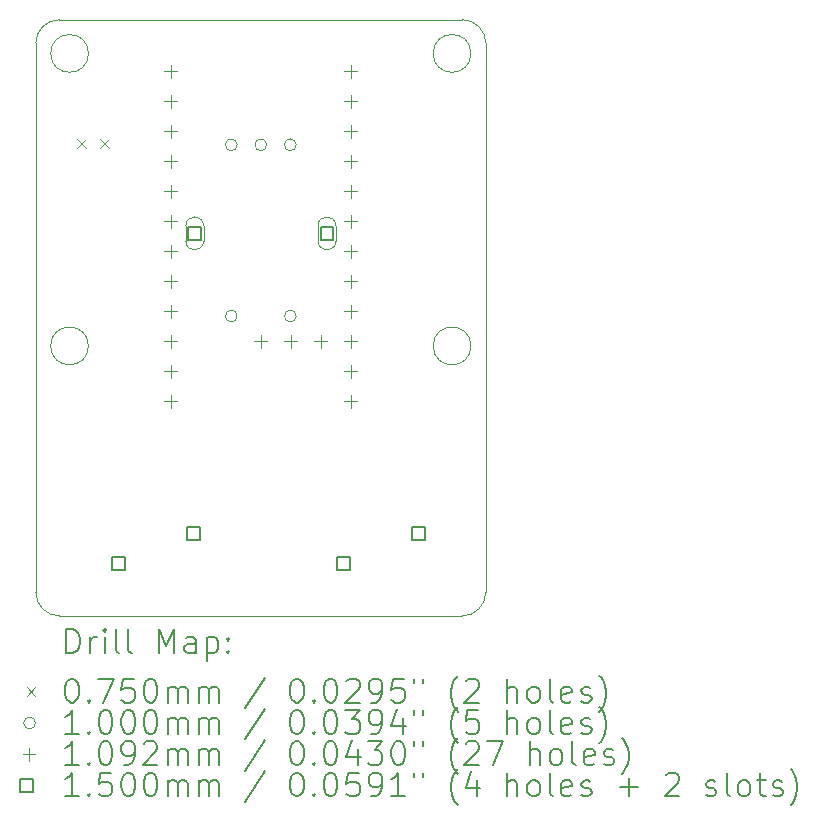
<source format=gbr>
%TF.GenerationSoftware,KiCad,Pcbnew,8.0.7*%
%TF.CreationDate,2024-12-28T18:40:59+08:00*%
%TF.ProjectId,macroknob,6d616372-6f6b-46e6-9f62-2e6b69636164,rev?*%
%TF.SameCoordinates,Original*%
%TF.FileFunction,Drillmap*%
%TF.FilePolarity,Positive*%
%FSLAX45Y45*%
G04 Gerber Fmt 4.5, Leading zero omitted, Abs format (unit mm)*
G04 Created by KiCad (PCBNEW 8.0.7) date 2024-12-28 18:40:59*
%MOMM*%
%LPD*%
G01*
G04 APERTURE LIST*
%ADD10C,0.050000*%
%ADD11C,0.200000*%
%ADD12C,0.100000*%
%ADD13C,0.109220*%
%ADD14C,0.150000*%
G04 APERTURE END LIST*
D10*
X10034250Y-2413000D02*
G75*
G02*
X9714250Y-2413000I-160000J0D01*
G01*
X9714250Y-2413000D02*
G75*
G02*
X10034250Y-2413000I160000J0D01*
G01*
X10034250Y-4889500D02*
G75*
G02*
X9714250Y-4889500I-160000J0D01*
G01*
X9714250Y-4889500D02*
G75*
G02*
X10034250Y-4889500I160000J0D01*
G01*
X13272750Y-4889500D02*
G75*
G02*
X12952750Y-4889500I-160000J0D01*
G01*
X12952750Y-4889500D02*
G75*
G02*
X13272750Y-4889500I160000J0D01*
G01*
X13272750Y-2413000D02*
G75*
G02*
X12952750Y-2413000I-160000J0D01*
G01*
X12952750Y-2413000D02*
G75*
G02*
X13272750Y-2413000I160000J0D01*
G01*
X13398500Y-6975500D02*
G75*
G02*
X13198500Y-7175500I-200000J0D01*
G01*
X9788500Y-7175500D02*
G75*
G02*
X9588500Y-6975500I0J200000D01*
G01*
X13198500Y-2127250D02*
G75*
G02*
X13398500Y-2327250I0J-200000D01*
G01*
X9588500Y-2327250D02*
G75*
G02*
X9788500Y-2127250I200000J0D01*
G01*
X13398500Y-2327250D02*
X13398500Y-6975500D01*
X13198500Y-7175500D02*
X9788500Y-7175500D01*
X9588500Y-6975500D02*
X9588500Y-2327250D01*
X9788500Y-2127250D02*
X13198500Y-2127250D01*
D11*
D12*
X9936009Y-3137500D02*
X10011009Y-3212500D01*
X10011009Y-3137500D02*
X9936009Y-3212500D01*
X10136009Y-3137500D02*
X10211009Y-3212500D01*
X10211009Y-3137500D02*
X10136009Y-3212500D01*
X11293500Y-3187000D02*
G75*
G02*
X11193500Y-3187000I-50000J0D01*
G01*
X11193500Y-3187000D02*
G75*
G02*
X11293500Y-3187000I50000J0D01*
G01*
X11293500Y-4637000D02*
G75*
G02*
X11193500Y-4637000I-50000J0D01*
G01*
X11193500Y-4637000D02*
G75*
G02*
X11293500Y-4637000I50000J0D01*
G01*
X11543500Y-3187000D02*
G75*
G02*
X11443500Y-3187000I-50000J0D01*
G01*
X11443500Y-3187000D02*
G75*
G02*
X11543500Y-3187000I50000J0D01*
G01*
X11793500Y-3187000D02*
G75*
G02*
X11693500Y-3187000I-50000J0D01*
G01*
X11693500Y-3187000D02*
G75*
G02*
X11793500Y-3187000I50000J0D01*
G01*
X11793500Y-4637000D02*
G75*
G02*
X11693500Y-4637000I-50000J0D01*
G01*
X11693500Y-4637000D02*
G75*
G02*
X11793500Y-4637000I50000J0D01*
G01*
D13*
X10731500Y-2508890D02*
X10731500Y-2618110D01*
X10676890Y-2563500D02*
X10786110Y-2563500D01*
X10731500Y-2762890D02*
X10731500Y-2872110D01*
X10676890Y-2817500D02*
X10786110Y-2817500D01*
X10731500Y-3016890D02*
X10731500Y-3126110D01*
X10676890Y-3071500D02*
X10786110Y-3071500D01*
X10731500Y-3270890D02*
X10731500Y-3380110D01*
X10676890Y-3325500D02*
X10786110Y-3325500D01*
X10731500Y-3524890D02*
X10731500Y-3634110D01*
X10676890Y-3579500D02*
X10786110Y-3579500D01*
X10731500Y-3778890D02*
X10731500Y-3888110D01*
X10676890Y-3833500D02*
X10786110Y-3833500D01*
X10731500Y-4032890D02*
X10731500Y-4142110D01*
X10676890Y-4087500D02*
X10786110Y-4087500D01*
X10731500Y-4286890D02*
X10731500Y-4396110D01*
X10676890Y-4341500D02*
X10786110Y-4341500D01*
X10731500Y-4540890D02*
X10731500Y-4650110D01*
X10676890Y-4595500D02*
X10786110Y-4595500D01*
X10731500Y-4794890D02*
X10731500Y-4904110D01*
X10676890Y-4849500D02*
X10786110Y-4849500D01*
X10731500Y-5048890D02*
X10731500Y-5158110D01*
X10676890Y-5103500D02*
X10786110Y-5103500D01*
X10731500Y-5302890D02*
X10731500Y-5412110D01*
X10676890Y-5357500D02*
X10786110Y-5357500D01*
X11493500Y-4794890D02*
X11493500Y-4904110D01*
X11438890Y-4849500D02*
X11548110Y-4849500D01*
X11747500Y-4794890D02*
X11747500Y-4904110D01*
X11692890Y-4849500D02*
X11802110Y-4849500D01*
X12001500Y-4794890D02*
X12001500Y-4904110D01*
X11946890Y-4849500D02*
X12056110Y-4849500D01*
X12255500Y-2508890D02*
X12255500Y-2618110D01*
X12200890Y-2563500D02*
X12310110Y-2563500D01*
X12255500Y-2762890D02*
X12255500Y-2872110D01*
X12200890Y-2817500D02*
X12310110Y-2817500D01*
X12255500Y-3016890D02*
X12255500Y-3126110D01*
X12200890Y-3071500D02*
X12310110Y-3071500D01*
X12255500Y-3270890D02*
X12255500Y-3380110D01*
X12200890Y-3325500D02*
X12310110Y-3325500D01*
X12255500Y-3524890D02*
X12255500Y-3634110D01*
X12200890Y-3579500D02*
X12310110Y-3579500D01*
X12255500Y-3778890D02*
X12255500Y-3888110D01*
X12200890Y-3833500D02*
X12310110Y-3833500D01*
X12255500Y-4032890D02*
X12255500Y-4142110D01*
X12200890Y-4087500D02*
X12310110Y-4087500D01*
X12255500Y-4286890D02*
X12255500Y-4396110D01*
X12200890Y-4341500D02*
X12310110Y-4341500D01*
X12255500Y-4540890D02*
X12255500Y-4650110D01*
X12200890Y-4595500D02*
X12310110Y-4595500D01*
X12255500Y-4794890D02*
X12255500Y-4904110D01*
X12200890Y-4849500D02*
X12310110Y-4849500D01*
X12255500Y-5048890D02*
X12255500Y-5158110D01*
X12200890Y-5103500D02*
X12310110Y-5103500D01*
X12255500Y-5302890D02*
X12255500Y-5412110D01*
X12200890Y-5357500D02*
X12310110Y-5357500D01*
D14*
X10340034Y-6784033D02*
X10340034Y-6677966D01*
X10233967Y-6677966D01*
X10233967Y-6784033D01*
X10340034Y-6784033D01*
X10975034Y-6530033D02*
X10975034Y-6423966D01*
X10868967Y-6423966D01*
X10868967Y-6530033D01*
X10975034Y-6530033D01*
X10986534Y-3990033D02*
X10986534Y-3883966D01*
X10880467Y-3883966D01*
X10880467Y-3990033D01*
X10986534Y-3990033D01*
D12*
X10858500Y-3872000D02*
X10858500Y-4002000D01*
X11008500Y-4002000D02*
G75*
G02*
X10858500Y-4002000I-75000J0D01*
G01*
X11008500Y-4002000D02*
X11008500Y-3872000D01*
X11008500Y-3872000D02*
G75*
G03*
X10858500Y-3872000I-75000J0D01*
G01*
D14*
X12106533Y-3990033D02*
X12106533Y-3883966D01*
X12000466Y-3883966D01*
X12000466Y-3990033D01*
X12106533Y-3990033D01*
D12*
X11978500Y-3872000D02*
X11978500Y-4002000D01*
X12128500Y-4002000D02*
G75*
G02*
X11978500Y-4002000I-75000J0D01*
G01*
X12128500Y-4002000D02*
X12128500Y-3872000D01*
X12128500Y-3872000D02*
G75*
G03*
X11978500Y-3872000I-75000J0D01*
G01*
D14*
X12245033Y-6784033D02*
X12245033Y-6677966D01*
X12138966Y-6677966D01*
X12138966Y-6784033D01*
X12245033Y-6784033D01*
X12880033Y-6530033D02*
X12880033Y-6423966D01*
X12773966Y-6423966D01*
X12773966Y-6530033D01*
X12880033Y-6530033D01*
D11*
X9846777Y-7489484D02*
X9846777Y-7289484D01*
X9846777Y-7289484D02*
X9894396Y-7289484D01*
X9894396Y-7289484D02*
X9922967Y-7299008D01*
X9922967Y-7299008D02*
X9942015Y-7318055D01*
X9942015Y-7318055D02*
X9951539Y-7337103D01*
X9951539Y-7337103D02*
X9961063Y-7375198D01*
X9961063Y-7375198D02*
X9961063Y-7403769D01*
X9961063Y-7403769D02*
X9951539Y-7441865D01*
X9951539Y-7441865D02*
X9942015Y-7460912D01*
X9942015Y-7460912D02*
X9922967Y-7479960D01*
X9922967Y-7479960D02*
X9894396Y-7489484D01*
X9894396Y-7489484D02*
X9846777Y-7489484D01*
X10046777Y-7489484D02*
X10046777Y-7356150D01*
X10046777Y-7394246D02*
X10056301Y-7375198D01*
X10056301Y-7375198D02*
X10065824Y-7365674D01*
X10065824Y-7365674D02*
X10084872Y-7356150D01*
X10084872Y-7356150D02*
X10103920Y-7356150D01*
X10170586Y-7489484D02*
X10170586Y-7356150D01*
X10170586Y-7289484D02*
X10161063Y-7299008D01*
X10161063Y-7299008D02*
X10170586Y-7308531D01*
X10170586Y-7308531D02*
X10180110Y-7299008D01*
X10180110Y-7299008D02*
X10170586Y-7289484D01*
X10170586Y-7289484D02*
X10170586Y-7308531D01*
X10294396Y-7489484D02*
X10275348Y-7479960D01*
X10275348Y-7479960D02*
X10265824Y-7460912D01*
X10265824Y-7460912D02*
X10265824Y-7289484D01*
X10399158Y-7489484D02*
X10380110Y-7479960D01*
X10380110Y-7479960D02*
X10370586Y-7460912D01*
X10370586Y-7460912D02*
X10370586Y-7289484D01*
X10627729Y-7489484D02*
X10627729Y-7289484D01*
X10627729Y-7289484D02*
X10694396Y-7432341D01*
X10694396Y-7432341D02*
X10761063Y-7289484D01*
X10761063Y-7289484D02*
X10761063Y-7489484D01*
X10942015Y-7489484D02*
X10942015Y-7384722D01*
X10942015Y-7384722D02*
X10932491Y-7365674D01*
X10932491Y-7365674D02*
X10913444Y-7356150D01*
X10913444Y-7356150D02*
X10875348Y-7356150D01*
X10875348Y-7356150D02*
X10856301Y-7365674D01*
X10942015Y-7479960D02*
X10922967Y-7489484D01*
X10922967Y-7489484D02*
X10875348Y-7489484D01*
X10875348Y-7489484D02*
X10856301Y-7479960D01*
X10856301Y-7479960D02*
X10846777Y-7460912D01*
X10846777Y-7460912D02*
X10846777Y-7441865D01*
X10846777Y-7441865D02*
X10856301Y-7422817D01*
X10856301Y-7422817D02*
X10875348Y-7413293D01*
X10875348Y-7413293D02*
X10922967Y-7413293D01*
X10922967Y-7413293D02*
X10942015Y-7403769D01*
X11037253Y-7356150D02*
X11037253Y-7556150D01*
X11037253Y-7365674D02*
X11056301Y-7356150D01*
X11056301Y-7356150D02*
X11094396Y-7356150D01*
X11094396Y-7356150D02*
X11113444Y-7365674D01*
X11113444Y-7365674D02*
X11122967Y-7375198D01*
X11122967Y-7375198D02*
X11132491Y-7394246D01*
X11132491Y-7394246D02*
X11132491Y-7451388D01*
X11132491Y-7451388D02*
X11122967Y-7470436D01*
X11122967Y-7470436D02*
X11113444Y-7479960D01*
X11113444Y-7479960D02*
X11094396Y-7489484D01*
X11094396Y-7489484D02*
X11056301Y-7489484D01*
X11056301Y-7489484D02*
X11037253Y-7479960D01*
X11218205Y-7470436D02*
X11227729Y-7479960D01*
X11227729Y-7479960D02*
X11218205Y-7489484D01*
X11218205Y-7489484D02*
X11208682Y-7479960D01*
X11208682Y-7479960D02*
X11218205Y-7470436D01*
X11218205Y-7470436D02*
X11218205Y-7489484D01*
X11218205Y-7365674D02*
X11227729Y-7375198D01*
X11227729Y-7375198D02*
X11218205Y-7384722D01*
X11218205Y-7384722D02*
X11208682Y-7375198D01*
X11208682Y-7375198D02*
X11218205Y-7365674D01*
X11218205Y-7365674D02*
X11218205Y-7384722D01*
D12*
X9511000Y-7780500D02*
X9586000Y-7855500D01*
X9586000Y-7780500D02*
X9511000Y-7855500D01*
D11*
X9884872Y-7709484D02*
X9903920Y-7709484D01*
X9903920Y-7709484D02*
X9922967Y-7719008D01*
X9922967Y-7719008D02*
X9932491Y-7728531D01*
X9932491Y-7728531D02*
X9942015Y-7747579D01*
X9942015Y-7747579D02*
X9951539Y-7785674D01*
X9951539Y-7785674D02*
X9951539Y-7833293D01*
X9951539Y-7833293D02*
X9942015Y-7871388D01*
X9942015Y-7871388D02*
X9932491Y-7890436D01*
X9932491Y-7890436D02*
X9922967Y-7899960D01*
X9922967Y-7899960D02*
X9903920Y-7909484D01*
X9903920Y-7909484D02*
X9884872Y-7909484D01*
X9884872Y-7909484D02*
X9865824Y-7899960D01*
X9865824Y-7899960D02*
X9856301Y-7890436D01*
X9856301Y-7890436D02*
X9846777Y-7871388D01*
X9846777Y-7871388D02*
X9837253Y-7833293D01*
X9837253Y-7833293D02*
X9837253Y-7785674D01*
X9837253Y-7785674D02*
X9846777Y-7747579D01*
X9846777Y-7747579D02*
X9856301Y-7728531D01*
X9856301Y-7728531D02*
X9865824Y-7719008D01*
X9865824Y-7719008D02*
X9884872Y-7709484D01*
X10037253Y-7890436D02*
X10046777Y-7899960D01*
X10046777Y-7899960D02*
X10037253Y-7909484D01*
X10037253Y-7909484D02*
X10027729Y-7899960D01*
X10027729Y-7899960D02*
X10037253Y-7890436D01*
X10037253Y-7890436D02*
X10037253Y-7909484D01*
X10113444Y-7709484D02*
X10246777Y-7709484D01*
X10246777Y-7709484D02*
X10161063Y-7909484D01*
X10418205Y-7709484D02*
X10322967Y-7709484D01*
X10322967Y-7709484D02*
X10313444Y-7804722D01*
X10313444Y-7804722D02*
X10322967Y-7795198D01*
X10322967Y-7795198D02*
X10342015Y-7785674D01*
X10342015Y-7785674D02*
X10389634Y-7785674D01*
X10389634Y-7785674D02*
X10408682Y-7795198D01*
X10408682Y-7795198D02*
X10418205Y-7804722D01*
X10418205Y-7804722D02*
X10427729Y-7823769D01*
X10427729Y-7823769D02*
X10427729Y-7871388D01*
X10427729Y-7871388D02*
X10418205Y-7890436D01*
X10418205Y-7890436D02*
X10408682Y-7899960D01*
X10408682Y-7899960D02*
X10389634Y-7909484D01*
X10389634Y-7909484D02*
X10342015Y-7909484D01*
X10342015Y-7909484D02*
X10322967Y-7899960D01*
X10322967Y-7899960D02*
X10313444Y-7890436D01*
X10551539Y-7709484D02*
X10570586Y-7709484D01*
X10570586Y-7709484D02*
X10589634Y-7719008D01*
X10589634Y-7719008D02*
X10599158Y-7728531D01*
X10599158Y-7728531D02*
X10608682Y-7747579D01*
X10608682Y-7747579D02*
X10618205Y-7785674D01*
X10618205Y-7785674D02*
X10618205Y-7833293D01*
X10618205Y-7833293D02*
X10608682Y-7871388D01*
X10608682Y-7871388D02*
X10599158Y-7890436D01*
X10599158Y-7890436D02*
X10589634Y-7899960D01*
X10589634Y-7899960D02*
X10570586Y-7909484D01*
X10570586Y-7909484D02*
X10551539Y-7909484D01*
X10551539Y-7909484D02*
X10532491Y-7899960D01*
X10532491Y-7899960D02*
X10522967Y-7890436D01*
X10522967Y-7890436D02*
X10513444Y-7871388D01*
X10513444Y-7871388D02*
X10503920Y-7833293D01*
X10503920Y-7833293D02*
X10503920Y-7785674D01*
X10503920Y-7785674D02*
X10513444Y-7747579D01*
X10513444Y-7747579D02*
X10522967Y-7728531D01*
X10522967Y-7728531D02*
X10532491Y-7719008D01*
X10532491Y-7719008D02*
X10551539Y-7709484D01*
X10703920Y-7909484D02*
X10703920Y-7776150D01*
X10703920Y-7795198D02*
X10713444Y-7785674D01*
X10713444Y-7785674D02*
X10732491Y-7776150D01*
X10732491Y-7776150D02*
X10761063Y-7776150D01*
X10761063Y-7776150D02*
X10780110Y-7785674D01*
X10780110Y-7785674D02*
X10789634Y-7804722D01*
X10789634Y-7804722D02*
X10789634Y-7909484D01*
X10789634Y-7804722D02*
X10799158Y-7785674D01*
X10799158Y-7785674D02*
X10818205Y-7776150D01*
X10818205Y-7776150D02*
X10846777Y-7776150D01*
X10846777Y-7776150D02*
X10865825Y-7785674D01*
X10865825Y-7785674D02*
X10875348Y-7804722D01*
X10875348Y-7804722D02*
X10875348Y-7909484D01*
X10970586Y-7909484D02*
X10970586Y-7776150D01*
X10970586Y-7795198D02*
X10980110Y-7785674D01*
X10980110Y-7785674D02*
X10999158Y-7776150D01*
X10999158Y-7776150D02*
X11027729Y-7776150D01*
X11027729Y-7776150D02*
X11046777Y-7785674D01*
X11046777Y-7785674D02*
X11056301Y-7804722D01*
X11056301Y-7804722D02*
X11056301Y-7909484D01*
X11056301Y-7804722D02*
X11065825Y-7785674D01*
X11065825Y-7785674D02*
X11084872Y-7776150D01*
X11084872Y-7776150D02*
X11113444Y-7776150D01*
X11113444Y-7776150D02*
X11132491Y-7785674D01*
X11132491Y-7785674D02*
X11142015Y-7804722D01*
X11142015Y-7804722D02*
X11142015Y-7909484D01*
X11532491Y-7699960D02*
X11361063Y-7957103D01*
X11789634Y-7709484D02*
X11808682Y-7709484D01*
X11808682Y-7709484D02*
X11827729Y-7719008D01*
X11827729Y-7719008D02*
X11837253Y-7728531D01*
X11837253Y-7728531D02*
X11846777Y-7747579D01*
X11846777Y-7747579D02*
X11856301Y-7785674D01*
X11856301Y-7785674D02*
X11856301Y-7833293D01*
X11856301Y-7833293D02*
X11846777Y-7871388D01*
X11846777Y-7871388D02*
X11837253Y-7890436D01*
X11837253Y-7890436D02*
X11827729Y-7899960D01*
X11827729Y-7899960D02*
X11808682Y-7909484D01*
X11808682Y-7909484D02*
X11789634Y-7909484D01*
X11789634Y-7909484D02*
X11770586Y-7899960D01*
X11770586Y-7899960D02*
X11761063Y-7890436D01*
X11761063Y-7890436D02*
X11751539Y-7871388D01*
X11751539Y-7871388D02*
X11742015Y-7833293D01*
X11742015Y-7833293D02*
X11742015Y-7785674D01*
X11742015Y-7785674D02*
X11751539Y-7747579D01*
X11751539Y-7747579D02*
X11761063Y-7728531D01*
X11761063Y-7728531D02*
X11770586Y-7719008D01*
X11770586Y-7719008D02*
X11789634Y-7709484D01*
X11942015Y-7890436D02*
X11951539Y-7899960D01*
X11951539Y-7899960D02*
X11942015Y-7909484D01*
X11942015Y-7909484D02*
X11932491Y-7899960D01*
X11932491Y-7899960D02*
X11942015Y-7890436D01*
X11942015Y-7890436D02*
X11942015Y-7909484D01*
X12075348Y-7709484D02*
X12094396Y-7709484D01*
X12094396Y-7709484D02*
X12113444Y-7719008D01*
X12113444Y-7719008D02*
X12122967Y-7728531D01*
X12122967Y-7728531D02*
X12132491Y-7747579D01*
X12132491Y-7747579D02*
X12142015Y-7785674D01*
X12142015Y-7785674D02*
X12142015Y-7833293D01*
X12142015Y-7833293D02*
X12132491Y-7871388D01*
X12132491Y-7871388D02*
X12122967Y-7890436D01*
X12122967Y-7890436D02*
X12113444Y-7899960D01*
X12113444Y-7899960D02*
X12094396Y-7909484D01*
X12094396Y-7909484D02*
X12075348Y-7909484D01*
X12075348Y-7909484D02*
X12056301Y-7899960D01*
X12056301Y-7899960D02*
X12046777Y-7890436D01*
X12046777Y-7890436D02*
X12037253Y-7871388D01*
X12037253Y-7871388D02*
X12027729Y-7833293D01*
X12027729Y-7833293D02*
X12027729Y-7785674D01*
X12027729Y-7785674D02*
X12037253Y-7747579D01*
X12037253Y-7747579D02*
X12046777Y-7728531D01*
X12046777Y-7728531D02*
X12056301Y-7719008D01*
X12056301Y-7719008D02*
X12075348Y-7709484D01*
X12218206Y-7728531D02*
X12227729Y-7719008D01*
X12227729Y-7719008D02*
X12246777Y-7709484D01*
X12246777Y-7709484D02*
X12294396Y-7709484D01*
X12294396Y-7709484D02*
X12313444Y-7719008D01*
X12313444Y-7719008D02*
X12322967Y-7728531D01*
X12322967Y-7728531D02*
X12332491Y-7747579D01*
X12332491Y-7747579D02*
X12332491Y-7766627D01*
X12332491Y-7766627D02*
X12322967Y-7795198D01*
X12322967Y-7795198D02*
X12208682Y-7909484D01*
X12208682Y-7909484D02*
X12332491Y-7909484D01*
X12427729Y-7909484D02*
X12465825Y-7909484D01*
X12465825Y-7909484D02*
X12484872Y-7899960D01*
X12484872Y-7899960D02*
X12494396Y-7890436D01*
X12494396Y-7890436D02*
X12513444Y-7861865D01*
X12513444Y-7861865D02*
X12522967Y-7823769D01*
X12522967Y-7823769D02*
X12522967Y-7747579D01*
X12522967Y-7747579D02*
X12513444Y-7728531D01*
X12513444Y-7728531D02*
X12503920Y-7719008D01*
X12503920Y-7719008D02*
X12484872Y-7709484D01*
X12484872Y-7709484D02*
X12446777Y-7709484D01*
X12446777Y-7709484D02*
X12427729Y-7719008D01*
X12427729Y-7719008D02*
X12418206Y-7728531D01*
X12418206Y-7728531D02*
X12408682Y-7747579D01*
X12408682Y-7747579D02*
X12408682Y-7795198D01*
X12408682Y-7795198D02*
X12418206Y-7814246D01*
X12418206Y-7814246D02*
X12427729Y-7823769D01*
X12427729Y-7823769D02*
X12446777Y-7833293D01*
X12446777Y-7833293D02*
X12484872Y-7833293D01*
X12484872Y-7833293D02*
X12503920Y-7823769D01*
X12503920Y-7823769D02*
X12513444Y-7814246D01*
X12513444Y-7814246D02*
X12522967Y-7795198D01*
X12703920Y-7709484D02*
X12608682Y-7709484D01*
X12608682Y-7709484D02*
X12599158Y-7804722D01*
X12599158Y-7804722D02*
X12608682Y-7795198D01*
X12608682Y-7795198D02*
X12627729Y-7785674D01*
X12627729Y-7785674D02*
X12675348Y-7785674D01*
X12675348Y-7785674D02*
X12694396Y-7795198D01*
X12694396Y-7795198D02*
X12703920Y-7804722D01*
X12703920Y-7804722D02*
X12713444Y-7823769D01*
X12713444Y-7823769D02*
X12713444Y-7871388D01*
X12713444Y-7871388D02*
X12703920Y-7890436D01*
X12703920Y-7890436D02*
X12694396Y-7899960D01*
X12694396Y-7899960D02*
X12675348Y-7909484D01*
X12675348Y-7909484D02*
X12627729Y-7909484D01*
X12627729Y-7909484D02*
X12608682Y-7899960D01*
X12608682Y-7899960D02*
X12599158Y-7890436D01*
X12789634Y-7709484D02*
X12789634Y-7747579D01*
X12865825Y-7709484D02*
X12865825Y-7747579D01*
X13161063Y-7985674D02*
X13151539Y-7976150D01*
X13151539Y-7976150D02*
X13132491Y-7947579D01*
X13132491Y-7947579D02*
X13122968Y-7928531D01*
X13122968Y-7928531D02*
X13113444Y-7899960D01*
X13113444Y-7899960D02*
X13103920Y-7852341D01*
X13103920Y-7852341D02*
X13103920Y-7814246D01*
X13103920Y-7814246D02*
X13113444Y-7766627D01*
X13113444Y-7766627D02*
X13122968Y-7738055D01*
X13122968Y-7738055D02*
X13132491Y-7719008D01*
X13132491Y-7719008D02*
X13151539Y-7690436D01*
X13151539Y-7690436D02*
X13161063Y-7680912D01*
X13227729Y-7728531D02*
X13237253Y-7719008D01*
X13237253Y-7719008D02*
X13256301Y-7709484D01*
X13256301Y-7709484D02*
X13303920Y-7709484D01*
X13303920Y-7709484D02*
X13322968Y-7719008D01*
X13322968Y-7719008D02*
X13332491Y-7728531D01*
X13332491Y-7728531D02*
X13342015Y-7747579D01*
X13342015Y-7747579D02*
X13342015Y-7766627D01*
X13342015Y-7766627D02*
X13332491Y-7795198D01*
X13332491Y-7795198D02*
X13218206Y-7909484D01*
X13218206Y-7909484D02*
X13342015Y-7909484D01*
X13580110Y-7909484D02*
X13580110Y-7709484D01*
X13665825Y-7909484D02*
X13665825Y-7804722D01*
X13665825Y-7804722D02*
X13656301Y-7785674D01*
X13656301Y-7785674D02*
X13637253Y-7776150D01*
X13637253Y-7776150D02*
X13608682Y-7776150D01*
X13608682Y-7776150D02*
X13589634Y-7785674D01*
X13589634Y-7785674D02*
X13580110Y-7795198D01*
X13789634Y-7909484D02*
X13770587Y-7899960D01*
X13770587Y-7899960D02*
X13761063Y-7890436D01*
X13761063Y-7890436D02*
X13751539Y-7871388D01*
X13751539Y-7871388D02*
X13751539Y-7814246D01*
X13751539Y-7814246D02*
X13761063Y-7795198D01*
X13761063Y-7795198D02*
X13770587Y-7785674D01*
X13770587Y-7785674D02*
X13789634Y-7776150D01*
X13789634Y-7776150D02*
X13818206Y-7776150D01*
X13818206Y-7776150D02*
X13837253Y-7785674D01*
X13837253Y-7785674D02*
X13846777Y-7795198D01*
X13846777Y-7795198D02*
X13856301Y-7814246D01*
X13856301Y-7814246D02*
X13856301Y-7871388D01*
X13856301Y-7871388D02*
X13846777Y-7890436D01*
X13846777Y-7890436D02*
X13837253Y-7899960D01*
X13837253Y-7899960D02*
X13818206Y-7909484D01*
X13818206Y-7909484D02*
X13789634Y-7909484D01*
X13970587Y-7909484D02*
X13951539Y-7899960D01*
X13951539Y-7899960D02*
X13942015Y-7880912D01*
X13942015Y-7880912D02*
X13942015Y-7709484D01*
X14122968Y-7899960D02*
X14103920Y-7909484D01*
X14103920Y-7909484D02*
X14065825Y-7909484D01*
X14065825Y-7909484D02*
X14046777Y-7899960D01*
X14046777Y-7899960D02*
X14037253Y-7880912D01*
X14037253Y-7880912D02*
X14037253Y-7804722D01*
X14037253Y-7804722D02*
X14046777Y-7785674D01*
X14046777Y-7785674D02*
X14065825Y-7776150D01*
X14065825Y-7776150D02*
X14103920Y-7776150D01*
X14103920Y-7776150D02*
X14122968Y-7785674D01*
X14122968Y-7785674D02*
X14132491Y-7804722D01*
X14132491Y-7804722D02*
X14132491Y-7823769D01*
X14132491Y-7823769D02*
X14037253Y-7842817D01*
X14208682Y-7899960D02*
X14227730Y-7909484D01*
X14227730Y-7909484D02*
X14265825Y-7909484D01*
X14265825Y-7909484D02*
X14284872Y-7899960D01*
X14284872Y-7899960D02*
X14294396Y-7880912D01*
X14294396Y-7880912D02*
X14294396Y-7871388D01*
X14294396Y-7871388D02*
X14284872Y-7852341D01*
X14284872Y-7852341D02*
X14265825Y-7842817D01*
X14265825Y-7842817D02*
X14237253Y-7842817D01*
X14237253Y-7842817D02*
X14218206Y-7833293D01*
X14218206Y-7833293D02*
X14208682Y-7814246D01*
X14208682Y-7814246D02*
X14208682Y-7804722D01*
X14208682Y-7804722D02*
X14218206Y-7785674D01*
X14218206Y-7785674D02*
X14237253Y-7776150D01*
X14237253Y-7776150D02*
X14265825Y-7776150D01*
X14265825Y-7776150D02*
X14284872Y-7785674D01*
X14361063Y-7985674D02*
X14370587Y-7976150D01*
X14370587Y-7976150D02*
X14389634Y-7947579D01*
X14389634Y-7947579D02*
X14399158Y-7928531D01*
X14399158Y-7928531D02*
X14408682Y-7899960D01*
X14408682Y-7899960D02*
X14418206Y-7852341D01*
X14418206Y-7852341D02*
X14418206Y-7814246D01*
X14418206Y-7814246D02*
X14408682Y-7766627D01*
X14408682Y-7766627D02*
X14399158Y-7738055D01*
X14399158Y-7738055D02*
X14389634Y-7719008D01*
X14389634Y-7719008D02*
X14370587Y-7690436D01*
X14370587Y-7690436D02*
X14361063Y-7680912D01*
D12*
X9586000Y-8082000D02*
G75*
G02*
X9486000Y-8082000I-50000J0D01*
G01*
X9486000Y-8082000D02*
G75*
G02*
X9586000Y-8082000I50000J0D01*
G01*
D11*
X9951539Y-8173484D02*
X9837253Y-8173484D01*
X9894396Y-8173484D02*
X9894396Y-7973484D01*
X9894396Y-7973484D02*
X9875348Y-8002055D01*
X9875348Y-8002055D02*
X9856301Y-8021103D01*
X9856301Y-8021103D02*
X9837253Y-8030627D01*
X10037253Y-8154436D02*
X10046777Y-8163960D01*
X10046777Y-8163960D02*
X10037253Y-8173484D01*
X10037253Y-8173484D02*
X10027729Y-8163960D01*
X10027729Y-8163960D02*
X10037253Y-8154436D01*
X10037253Y-8154436D02*
X10037253Y-8173484D01*
X10170586Y-7973484D02*
X10189634Y-7973484D01*
X10189634Y-7973484D02*
X10208682Y-7983008D01*
X10208682Y-7983008D02*
X10218205Y-7992531D01*
X10218205Y-7992531D02*
X10227729Y-8011579D01*
X10227729Y-8011579D02*
X10237253Y-8049674D01*
X10237253Y-8049674D02*
X10237253Y-8097293D01*
X10237253Y-8097293D02*
X10227729Y-8135388D01*
X10227729Y-8135388D02*
X10218205Y-8154436D01*
X10218205Y-8154436D02*
X10208682Y-8163960D01*
X10208682Y-8163960D02*
X10189634Y-8173484D01*
X10189634Y-8173484D02*
X10170586Y-8173484D01*
X10170586Y-8173484D02*
X10151539Y-8163960D01*
X10151539Y-8163960D02*
X10142015Y-8154436D01*
X10142015Y-8154436D02*
X10132491Y-8135388D01*
X10132491Y-8135388D02*
X10122967Y-8097293D01*
X10122967Y-8097293D02*
X10122967Y-8049674D01*
X10122967Y-8049674D02*
X10132491Y-8011579D01*
X10132491Y-8011579D02*
X10142015Y-7992531D01*
X10142015Y-7992531D02*
X10151539Y-7983008D01*
X10151539Y-7983008D02*
X10170586Y-7973484D01*
X10361063Y-7973484D02*
X10380110Y-7973484D01*
X10380110Y-7973484D02*
X10399158Y-7983008D01*
X10399158Y-7983008D02*
X10408682Y-7992531D01*
X10408682Y-7992531D02*
X10418205Y-8011579D01*
X10418205Y-8011579D02*
X10427729Y-8049674D01*
X10427729Y-8049674D02*
X10427729Y-8097293D01*
X10427729Y-8097293D02*
X10418205Y-8135388D01*
X10418205Y-8135388D02*
X10408682Y-8154436D01*
X10408682Y-8154436D02*
X10399158Y-8163960D01*
X10399158Y-8163960D02*
X10380110Y-8173484D01*
X10380110Y-8173484D02*
X10361063Y-8173484D01*
X10361063Y-8173484D02*
X10342015Y-8163960D01*
X10342015Y-8163960D02*
X10332491Y-8154436D01*
X10332491Y-8154436D02*
X10322967Y-8135388D01*
X10322967Y-8135388D02*
X10313444Y-8097293D01*
X10313444Y-8097293D02*
X10313444Y-8049674D01*
X10313444Y-8049674D02*
X10322967Y-8011579D01*
X10322967Y-8011579D02*
X10332491Y-7992531D01*
X10332491Y-7992531D02*
X10342015Y-7983008D01*
X10342015Y-7983008D02*
X10361063Y-7973484D01*
X10551539Y-7973484D02*
X10570586Y-7973484D01*
X10570586Y-7973484D02*
X10589634Y-7983008D01*
X10589634Y-7983008D02*
X10599158Y-7992531D01*
X10599158Y-7992531D02*
X10608682Y-8011579D01*
X10608682Y-8011579D02*
X10618205Y-8049674D01*
X10618205Y-8049674D02*
X10618205Y-8097293D01*
X10618205Y-8097293D02*
X10608682Y-8135388D01*
X10608682Y-8135388D02*
X10599158Y-8154436D01*
X10599158Y-8154436D02*
X10589634Y-8163960D01*
X10589634Y-8163960D02*
X10570586Y-8173484D01*
X10570586Y-8173484D02*
X10551539Y-8173484D01*
X10551539Y-8173484D02*
X10532491Y-8163960D01*
X10532491Y-8163960D02*
X10522967Y-8154436D01*
X10522967Y-8154436D02*
X10513444Y-8135388D01*
X10513444Y-8135388D02*
X10503920Y-8097293D01*
X10503920Y-8097293D02*
X10503920Y-8049674D01*
X10503920Y-8049674D02*
X10513444Y-8011579D01*
X10513444Y-8011579D02*
X10522967Y-7992531D01*
X10522967Y-7992531D02*
X10532491Y-7983008D01*
X10532491Y-7983008D02*
X10551539Y-7973484D01*
X10703920Y-8173484D02*
X10703920Y-8040150D01*
X10703920Y-8059198D02*
X10713444Y-8049674D01*
X10713444Y-8049674D02*
X10732491Y-8040150D01*
X10732491Y-8040150D02*
X10761063Y-8040150D01*
X10761063Y-8040150D02*
X10780110Y-8049674D01*
X10780110Y-8049674D02*
X10789634Y-8068722D01*
X10789634Y-8068722D02*
X10789634Y-8173484D01*
X10789634Y-8068722D02*
X10799158Y-8049674D01*
X10799158Y-8049674D02*
X10818205Y-8040150D01*
X10818205Y-8040150D02*
X10846777Y-8040150D01*
X10846777Y-8040150D02*
X10865825Y-8049674D01*
X10865825Y-8049674D02*
X10875348Y-8068722D01*
X10875348Y-8068722D02*
X10875348Y-8173484D01*
X10970586Y-8173484D02*
X10970586Y-8040150D01*
X10970586Y-8059198D02*
X10980110Y-8049674D01*
X10980110Y-8049674D02*
X10999158Y-8040150D01*
X10999158Y-8040150D02*
X11027729Y-8040150D01*
X11027729Y-8040150D02*
X11046777Y-8049674D01*
X11046777Y-8049674D02*
X11056301Y-8068722D01*
X11056301Y-8068722D02*
X11056301Y-8173484D01*
X11056301Y-8068722D02*
X11065825Y-8049674D01*
X11065825Y-8049674D02*
X11084872Y-8040150D01*
X11084872Y-8040150D02*
X11113444Y-8040150D01*
X11113444Y-8040150D02*
X11132491Y-8049674D01*
X11132491Y-8049674D02*
X11142015Y-8068722D01*
X11142015Y-8068722D02*
X11142015Y-8173484D01*
X11532491Y-7963960D02*
X11361063Y-8221103D01*
X11789634Y-7973484D02*
X11808682Y-7973484D01*
X11808682Y-7973484D02*
X11827729Y-7983008D01*
X11827729Y-7983008D02*
X11837253Y-7992531D01*
X11837253Y-7992531D02*
X11846777Y-8011579D01*
X11846777Y-8011579D02*
X11856301Y-8049674D01*
X11856301Y-8049674D02*
X11856301Y-8097293D01*
X11856301Y-8097293D02*
X11846777Y-8135388D01*
X11846777Y-8135388D02*
X11837253Y-8154436D01*
X11837253Y-8154436D02*
X11827729Y-8163960D01*
X11827729Y-8163960D02*
X11808682Y-8173484D01*
X11808682Y-8173484D02*
X11789634Y-8173484D01*
X11789634Y-8173484D02*
X11770586Y-8163960D01*
X11770586Y-8163960D02*
X11761063Y-8154436D01*
X11761063Y-8154436D02*
X11751539Y-8135388D01*
X11751539Y-8135388D02*
X11742015Y-8097293D01*
X11742015Y-8097293D02*
X11742015Y-8049674D01*
X11742015Y-8049674D02*
X11751539Y-8011579D01*
X11751539Y-8011579D02*
X11761063Y-7992531D01*
X11761063Y-7992531D02*
X11770586Y-7983008D01*
X11770586Y-7983008D02*
X11789634Y-7973484D01*
X11942015Y-8154436D02*
X11951539Y-8163960D01*
X11951539Y-8163960D02*
X11942015Y-8173484D01*
X11942015Y-8173484D02*
X11932491Y-8163960D01*
X11932491Y-8163960D02*
X11942015Y-8154436D01*
X11942015Y-8154436D02*
X11942015Y-8173484D01*
X12075348Y-7973484D02*
X12094396Y-7973484D01*
X12094396Y-7973484D02*
X12113444Y-7983008D01*
X12113444Y-7983008D02*
X12122967Y-7992531D01*
X12122967Y-7992531D02*
X12132491Y-8011579D01*
X12132491Y-8011579D02*
X12142015Y-8049674D01*
X12142015Y-8049674D02*
X12142015Y-8097293D01*
X12142015Y-8097293D02*
X12132491Y-8135388D01*
X12132491Y-8135388D02*
X12122967Y-8154436D01*
X12122967Y-8154436D02*
X12113444Y-8163960D01*
X12113444Y-8163960D02*
X12094396Y-8173484D01*
X12094396Y-8173484D02*
X12075348Y-8173484D01*
X12075348Y-8173484D02*
X12056301Y-8163960D01*
X12056301Y-8163960D02*
X12046777Y-8154436D01*
X12046777Y-8154436D02*
X12037253Y-8135388D01*
X12037253Y-8135388D02*
X12027729Y-8097293D01*
X12027729Y-8097293D02*
X12027729Y-8049674D01*
X12027729Y-8049674D02*
X12037253Y-8011579D01*
X12037253Y-8011579D02*
X12046777Y-7992531D01*
X12046777Y-7992531D02*
X12056301Y-7983008D01*
X12056301Y-7983008D02*
X12075348Y-7973484D01*
X12208682Y-7973484D02*
X12332491Y-7973484D01*
X12332491Y-7973484D02*
X12265825Y-8049674D01*
X12265825Y-8049674D02*
X12294396Y-8049674D01*
X12294396Y-8049674D02*
X12313444Y-8059198D01*
X12313444Y-8059198D02*
X12322967Y-8068722D01*
X12322967Y-8068722D02*
X12332491Y-8087769D01*
X12332491Y-8087769D02*
X12332491Y-8135388D01*
X12332491Y-8135388D02*
X12322967Y-8154436D01*
X12322967Y-8154436D02*
X12313444Y-8163960D01*
X12313444Y-8163960D02*
X12294396Y-8173484D01*
X12294396Y-8173484D02*
X12237253Y-8173484D01*
X12237253Y-8173484D02*
X12218206Y-8163960D01*
X12218206Y-8163960D02*
X12208682Y-8154436D01*
X12427729Y-8173484D02*
X12465825Y-8173484D01*
X12465825Y-8173484D02*
X12484872Y-8163960D01*
X12484872Y-8163960D02*
X12494396Y-8154436D01*
X12494396Y-8154436D02*
X12513444Y-8125865D01*
X12513444Y-8125865D02*
X12522967Y-8087769D01*
X12522967Y-8087769D02*
X12522967Y-8011579D01*
X12522967Y-8011579D02*
X12513444Y-7992531D01*
X12513444Y-7992531D02*
X12503920Y-7983008D01*
X12503920Y-7983008D02*
X12484872Y-7973484D01*
X12484872Y-7973484D02*
X12446777Y-7973484D01*
X12446777Y-7973484D02*
X12427729Y-7983008D01*
X12427729Y-7983008D02*
X12418206Y-7992531D01*
X12418206Y-7992531D02*
X12408682Y-8011579D01*
X12408682Y-8011579D02*
X12408682Y-8059198D01*
X12408682Y-8059198D02*
X12418206Y-8078246D01*
X12418206Y-8078246D02*
X12427729Y-8087769D01*
X12427729Y-8087769D02*
X12446777Y-8097293D01*
X12446777Y-8097293D02*
X12484872Y-8097293D01*
X12484872Y-8097293D02*
X12503920Y-8087769D01*
X12503920Y-8087769D02*
X12513444Y-8078246D01*
X12513444Y-8078246D02*
X12522967Y-8059198D01*
X12694396Y-8040150D02*
X12694396Y-8173484D01*
X12646777Y-7963960D02*
X12599158Y-8106817D01*
X12599158Y-8106817D02*
X12722967Y-8106817D01*
X12789634Y-7973484D02*
X12789634Y-8011579D01*
X12865825Y-7973484D02*
X12865825Y-8011579D01*
X13161063Y-8249674D02*
X13151539Y-8240150D01*
X13151539Y-8240150D02*
X13132491Y-8211579D01*
X13132491Y-8211579D02*
X13122968Y-8192531D01*
X13122968Y-8192531D02*
X13113444Y-8163960D01*
X13113444Y-8163960D02*
X13103920Y-8116341D01*
X13103920Y-8116341D02*
X13103920Y-8078246D01*
X13103920Y-8078246D02*
X13113444Y-8030627D01*
X13113444Y-8030627D02*
X13122968Y-8002055D01*
X13122968Y-8002055D02*
X13132491Y-7983008D01*
X13132491Y-7983008D02*
X13151539Y-7954436D01*
X13151539Y-7954436D02*
X13161063Y-7944912D01*
X13332491Y-7973484D02*
X13237253Y-7973484D01*
X13237253Y-7973484D02*
X13227729Y-8068722D01*
X13227729Y-8068722D02*
X13237253Y-8059198D01*
X13237253Y-8059198D02*
X13256301Y-8049674D01*
X13256301Y-8049674D02*
X13303920Y-8049674D01*
X13303920Y-8049674D02*
X13322968Y-8059198D01*
X13322968Y-8059198D02*
X13332491Y-8068722D01*
X13332491Y-8068722D02*
X13342015Y-8087769D01*
X13342015Y-8087769D02*
X13342015Y-8135388D01*
X13342015Y-8135388D02*
X13332491Y-8154436D01*
X13332491Y-8154436D02*
X13322968Y-8163960D01*
X13322968Y-8163960D02*
X13303920Y-8173484D01*
X13303920Y-8173484D02*
X13256301Y-8173484D01*
X13256301Y-8173484D02*
X13237253Y-8163960D01*
X13237253Y-8163960D02*
X13227729Y-8154436D01*
X13580110Y-8173484D02*
X13580110Y-7973484D01*
X13665825Y-8173484D02*
X13665825Y-8068722D01*
X13665825Y-8068722D02*
X13656301Y-8049674D01*
X13656301Y-8049674D02*
X13637253Y-8040150D01*
X13637253Y-8040150D02*
X13608682Y-8040150D01*
X13608682Y-8040150D02*
X13589634Y-8049674D01*
X13589634Y-8049674D02*
X13580110Y-8059198D01*
X13789634Y-8173484D02*
X13770587Y-8163960D01*
X13770587Y-8163960D02*
X13761063Y-8154436D01*
X13761063Y-8154436D02*
X13751539Y-8135388D01*
X13751539Y-8135388D02*
X13751539Y-8078246D01*
X13751539Y-8078246D02*
X13761063Y-8059198D01*
X13761063Y-8059198D02*
X13770587Y-8049674D01*
X13770587Y-8049674D02*
X13789634Y-8040150D01*
X13789634Y-8040150D02*
X13818206Y-8040150D01*
X13818206Y-8040150D02*
X13837253Y-8049674D01*
X13837253Y-8049674D02*
X13846777Y-8059198D01*
X13846777Y-8059198D02*
X13856301Y-8078246D01*
X13856301Y-8078246D02*
X13856301Y-8135388D01*
X13856301Y-8135388D02*
X13846777Y-8154436D01*
X13846777Y-8154436D02*
X13837253Y-8163960D01*
X13837253Y-8163960D02*
X13818206Y-8173484D01*
X13818206Y-8173484D02*
X13789634Y-8173484D01*
X13970587Y-8173484D02*
X13951539Y-8163960D01*
X13951539Y-8163960D02*
X13942015Y-8144912D01*
X13942015Y-8144912D02*
X13942015Y-7973484D01*
X14122968Y-8163960D02*
X14103920Y-8173484D01*
X14103920Y-8173484D02*
X14065825Y-8173484D01*
X14065825Y-8173484D02*
X14046777Y-8163960D01*
X14046777Y-8163960D02*
X14037253Y-8144912D01*
X14037253Y-8144912D02*
X14037253Y-8068722D01*
X14037253Y-8068722D02*
X14046777Y-8049674D01*
X14046777Y-8049674D02*
X14065825Y-8040150D01*
X14065825Y-8040150D02*
X14103920Y-8040150D01*
X14103920Y-8040150D02*
X14122968Y-8049674D01*
X14122968Y-8049674D02*
X14132491Y-8068722D01*
X14132491Y-8068722D02*
X14132491Y-8087769D01*
X14132491Y-8087769D02*
X14037253Y-8106817D01*
X14208682Y-8163960D02*
X14227730Y-8173484D01*
X14227730Y-8173484D02*
X14265825Y-8173484D01*
X14265825Y-8173484D02*
X14284872Y-8163960D01*
X14284872Y-8163960D02*
X14294396Y-8144912D01*
X14294396Y-8144912D02*
X14294396Y-8135388D01*
X14294396Y-8135388D02*
X14284872Y-8116341D01*
X14284872Y-8116341D02*
X14265825Y-8106817D01*
X14265825Y-8106817D02*
X14237253Y-8106817D01*
X14237253Y-8106817D02*
X14218206Y-8097293D01*
X14218206Y-8097293D02*
X14208682Y-8078246D01*
X14208682Y-8078246D02*
X14208682Y-8068722D01*
X14208682Y-8068722D02*
X14218206Y-8049674D01*
X14218206Y-8049674D02*
X14237253Y-8040150D01*
X14237253Y-8040150D02*
X14265825Y-8040150D01*
X14265825Y-8040150D02*
X14284872Y-8049674D01*
X14361063Y-8249674D02*
X14370587Y-8240150D01*
X14370587Y-8240150D02*
X14389634Y-8211579D01*
X14389634Y-8211579D02*
X14399158Y-8192531D01*
X14399158Y-8192531D02*
X14408682Y-8163960D01*
X14408682Y-8163960D02*
X14418206Y-8116341D01*
X14418206Y-8116341D02*
X14418206Y-8078246D01*
X14418206Y-8078246D02*
X14408682Y-8030627D01*
X14408682Y-8030627D02*
X14399158Y-8002055D01*
X14399158Y-8002055D02*
X14389634Y-7983008D01*
X14389634Y-7983008D02*
X14370587Y-7954436D01*
X14370587Y-7954436D02*
X14361063Y-7944912D01*
D13*
X9531390Y-8291390D02*
X9531390Y-8400610D01*
X9476780Y-8346000D02*
X9586000Y-8346000D01*
D11*
X9951539Y-8437484D02*
X9837253Y-8437484D01*
X9894396Y-8437484D02*
X9894396Y-8237484D01*
X9894396Y-8237484D02*
X9875348Y-8266055D01*
X9875348Y-8266055D02*
X9856301Y-8285103D01*
X9856301Y-8285103D02*
X9837253Y-8294627D01*
X10037253Y-8418436D02*
X10046777Y-8427960D01*
X10046777Y-8427960D02*
X10037253Y-8437484D01*
X10037253Y-8437484D02*
X10027729Y-8427960D01*
X10027729Y-8427960D02*
X10037253Y-8418436D01*
X10037253Y-8418436D02*
X10037253Y-8437484D01*
X10170586Y-8237484D02*
X10189634Y-8237484D01*
X10189634Y-8237484D02*
X10208682Y-8247008D01*
X10208682Y-8247008D02*
X10218205Y-8256531D01*
X10218205Y-8256531D02*
X10227729Y-8275579D01*
X10227729Y-8275579D02*
X10237253Y-8313674D01*
X10237253Y-8313674D02*
X10237253Y-8361293D01*
X10237253Y-8361293D02*
X10227729Y-8399389D01*
X10227729Y-8399389D02*
X10218205Y-8418436D01*
X10218205Y-8418436D02*
X10208682Y-8427960D01*
X10208682Y-8427960D02*
X10189634Y-8437484D01*
X10189634Y-8437484D02*
X10170586Y-8437484D01*
X10170586Y-8437484D02*
X10151539Y-8427960D01*
X10151539Y-8427960D02*
X10142015Y-8418436D01*
X10142015Y-8418436D02*
X10132491Y-8399389D01*
X10132491Y-8399389D02*
X10122967Y-8361293D01*
X10122967Y-8361293D02*
X10122967Y-8313674D01*
X10122967Y-8313674D02*
X10132491Y-8275579D01*
X10132491Y-8275579D02*
X10142015Y-8256531D01*
X10142015Y-8256531D02*
X10151539Y-8247008D01*
X10151539Y-8247008D02*
X10170586Y-8237484D01*
X10332491Y-8437484D02*
X10370586Y-8437484D01*
X10370586Y-8437484D02*
X10389634Y-8427960D01*
X10389634Y-8427960D02*
X10399158Y-8418436D01*
X10399158Y-8418436D02*
X10418205Y-8389865D01*
X10418205Y-8389865D02*
X10427729Y-8351769D01*
X10427729Y-8351769D02*
X10427729Y-8275579D01*
X10427729Y-8275579D02*
X10418205Y-8256531D01*
X10418205Y-8256531D02*
X10408682Y-8247008D01*
X10408682Y-8247008D02*
X10389634Y-8237484D01*
X10389634Y-8237484D02*
X10351539Y-8237484D01*
X10351539Y-8237484D02*
X10332491Y-8247008D01*
X10332491Y-8247008D02*
X10322967Y-8256531D01*
X10322967Y-8256531D02*
X10313444Y-8275579D01*
X10313444Y-8275579D02*
X10313444Y-8323198D01*
X10313444Y-8323198D02*
X10322967Y-8342246D01*
X10322967Y-8342246D02*
X10332491Y-8351769D01*
X10332491Y-8351769D02*
X10351539Y-8361293D01*
X10351539Y-8361293D02*
X10389634Y-8361293D01*
X10389634Y-8361293D02*
X10408682Y-8351769D01*
X10408682Y-8351769D02*
X10418205Y-8342246D01*
X10418205Y-8342246D02*
X10427729Y-8323198D01*
X10503920Y-8256531D02*
X10513444Y-8247008D01*
X10513444Y-8247008D02*
X10532491Y-8237484D01*
X10532491Y-8237484D02*
X10580110Y-8237484D01*
X10580110Y-8237484D02*
X10599158Y-8247008D01*
X10599158Y-8247008D02*
X10608682Y-8256531D01*
X10608682Y-8256531D02*
X10618205Y-8275579D01*
X10618205Y-8275579D02*
X10618205Y-8294627D01*
X10618205Y-8294627D02*
X10608682Y-8323198D01*
X10608682Y-8323198D02*
X10494396Y-8437484D01*
X10494396Y-8437484D02*
X10618205Y-8437484D01*
X10703920Y-8437484D02*
X10703920Y-8304150D01*
X10703920Y-8323198D02*
X10713444Y-8313674D01*
X10713444Y-8313674D02*
X10732491Y-8304150D01*
X10732491Y-8304150D02*
X10761063Y-8304150D01*
X10761063Y-8304150D02*
X10780110Y-8313674D01*
X10780110Y-8313674D02*
X10789634Y-8332722D01*
X10789634Y-8332722D02*
X10789634Y-8437484D01*
X10789634Y-8332722D02*
X10799158Y-8313674D01*
X10799158Y-8313674D02*
X10818205Y-8304150D01*
X10818205Y-8304150D02*
X10846777Y-8304150D01*
X10846777Y-8304150D02*
X10865825Y-8313674D01*
X10865825Y-8313674D02*
X10875348Y-8332722D01*
X10875348Y-8332722D02*
X10875348Y-8437484D01*
X10970586Y-8437484D02*
X10970586Y-8304150D01*
X10970586Y-8323198D02*
X10980110Y-8313674D01*
X10980110Y-8313674D02*
X10999158Y-8304150D01*
X10999158Y-8304150D02*
X11027729Y-8304150D01*
X11027729Y-8304150D02*
X11046777Y-8313674D01*
X11046777Y-8313674D02*
X11056301Y-8332722D01*
X11056301Y-8332722D02*
X11056301Y-8437484D01*
X11056301Y-8332722D02*
X11065825Y-8313674D01*
X11065825Y-8313674D02*
X11084872Y-8304150D01*
X11084872Y-8304150D02*
X11113444Y-8304150D01*
X11113444Y-8304150D02*
X11132491Y-8313674D01*
X11132491Y-8313674D02*
X11142015Y-8332722D01*
X11142015Y-8332722D02*
X11142015Y-8437484D01*
X11532491Y-8227960D02*
X11361063Y-8485103D01*
X11789634Y-8237484D02*
X11808682Y-8237484D01*
X11808682Y-8237484D02*
X11827729Y-8247008D01*
X11827729Y-8247008D02*
X11837253Y-8256531D01*
X11837253Y-8256531D02*
X11846777Y-8275579D01*
X11846777Y-8275579D02*
X11856301Y-8313674D01*
X11856301Y-8313674D02*
X11856301Y-8361293D01*
X11856301Y-8361293D02*
X11846777Y-8399389D01*
X11846777Y-8399389D02*
X11837253Y-8418436D01*
X11837253Y-8418436D02*
X11827729Y-8427960D01*
X11827729Y-8427960D02*
X11808682Y-8437484D01*
X11808682Y-8437484D02*
X11789634Y-8437484D01*
X11789634Y-8437484D02*
X11770586Y-8427960D01*
X11770586Y-8427960D02*
X11761063Y-8418436D01*
X11761063Y-8418436D02*
X11751539Y-8399389D01*
X11751539Y-8399389D02*
X11742015Y-8361293D01*
X11742015Y-8361293D02*
X11742015Y-8313674D01*
X11742015Y-8313674D02*
X11751539Y-8275579D01*
X11751539Y-8275579D02*
X11761063Y-8256531D01*
X11761063Y-8256531D02*
X11770586Y-8247008D01*
X11770586Y-8247008D02*
X11789634Y-8237484D01*
X11942015Y-8418436D02*
X11951539Y-8427960D01*
X11951539Y-8427960D02*
X11942015Y-8437484D01*
X11942015Y-8437484D02*
X11932491Y-8427960D01*
X11932491Y-8427960D02*
X11942015Y-8418436D01*
X11942015Y-8418436D02*
X11942015Y-8437484D01*
X12075348Y-8237484D02*
X12094396Y-8237484D01*
X12094396Y-8237484D02*
X12113444Y-8247008D01*
X12113444Y-8247008D02*
X12122967Y-8256531D01*
X12122967Y-8256531D02*
X12132491Y-8275579D01*
X12132491Y-8275579D02*
X12142015Y-8313674D01*
X12142015Y-8313674D02*
X12142015Y-8361293D01*
X12142015Y-8361293D02*
X12132491Y-8399389D01*
X12132491Y-8399389D02*
X12122967Y-8418436D01*
X12122967Y-8418436D02*
X12113444Y-8427960D01*
X12113444Y-8427960D02*
X12094396Y-8437484D01*
X12094396Y-8437484D02*
X12075348Y-8437484D01*
X12075348Y-8437484D02*
X12056301Y-8427960D01*
X12056301Y-8427960D02*
X12046777Y-8418436D01*
X12046777Y-8418436D02*
X12037253Y-8399389D01*
X12037253Y-8399389D02*
X12027729Y-8361293D01*
X12027729Y-8361293D02*
X12027729Y-8313674D01*
X12027729Y-8313674D02*
X12037253Y-8275579D01*
X12037253Y-8275579D02*
X12046777Y-8256531D01*
X12046777Y-8256531D02*
X12056301Y-8247008D01*
X12056301Y-8247008D02*
X12075348Y-8237484D01*
X12313444Y-8304150D02*
X12313444Y-8437484D01*
X12265825Y-8227960D02*
X12218206Y-8370817D01*
X12218206Y-8370817D02*
X12342015Y-8370817D01*
X12399158Y-8237484D02*
X12522967Y-8237484D01*
X12522967Y-8237484D02*
X12456301Y-8313674D01*
X12456301Y-8313674D02*
X12484872Y-8313674D01*
X12484872Y-8313674D02*
X12503920Y-8323198D01*
X12503920Y-8323198D02*
X12513444Y-8332722D01*
X12513444Y-8332722D02*
X12522967Y-8351769D01*
X12522967Y-8351769D02*
X12522967Y-8399389D01*
X12522967Y-8399389D02*
X12513444Y-8418436D01*
X12513444Y-8418436D02*
X12503920Y-8427960D01*
X12503920Y-8427960D02*
X12484872Y-8437484D01*
X12484872Y-8437484D02*
X12427729Y-8437484D01*
X12427729Y-8437484D02*
X12408682Y-8427960D01*
X12408682Y-8427960D02*
X12399158Y-8418436D01*
X12646777Y-8237484D02*
X12665825Y-8237484D01*
X12665825Y-8237484D02*
X12684872Y-8247008D01*
X12684872Y-8247008D02*
X12694396Y-8256531D01*
X12694396Y-8256531D02*
X12703920Y-8275579D01*
X12703920Y-8275579D02*
X12713444Y-8313674D01*
X12713444Y-8313674D02*
X12713444Y-8361293D01*
X12713444Y-8361293D02*
X12703920Y-8399389D01*
X12703920Y-8399389D02*
X12694396Y-8418436D01*
X12694396Y-8418436D02*
X12684872Y-8427960D01*
X12684872Y-8427960D02*
X12665825Y-8437484D01*
X12665825Y-8437484D02*
X12646777Y-8437484D01*
X12646777Y-8437484D02*
X12627729Y-8427960D01*
X12627729Y-8427960D02*
X12618206Y-8418436D01*
X12618206Y-8418436D02*
X12608682Y-8399389D01*
X12608682Y-8399389D02*
X12599158Y-8361293D01*
X12599158Y-8361293D02*
X12599158Y-8313674D01*
X12599158Y-8313674D02*
X12608682Y-8275579D01*
X12608682Y-8275579D02*
X12618206Y-8256531D01*
X12618206Y-8256531D02*
X12627729Y-8247008D01*
X12627729Y-8247008D02*
X12646777Y-8237484D01*
X12789634Y-8237484D02*
X12789634Y-8275579D01*
X12865825Y-8237484D02*
X12865825Y-8275579D01*
X13161063Y-8513674D02*
X13151539Y-8504150D01*
X13151539Y-8504150D02*
X13132491Y-8475579D01*
X13132491Y-8475579D02*
X13122968Y-8456531D01*
X13122968Y-8456531D02*
X13113444Y-8427960D01*
X13113444Y-8427960D02*
X13103920Y-8380341D01*
X13103920Y-8380341D02*
X13103920Y-8342246D01*
X13103920Y-8342246D02*
X13113444Y-8294627D01*
X13113444Y-8294627D02*
X13122968Y-8266055D01*
X13122968Y-8266055D02*
X13132491Y-8247008D01*
X13132491Y-8247008D02*
X13151539Y-8218436D01*
X13151539Y-8218436D02*
X13161063Y-8208912D01*
X13227729Y-8256531D02*
X13237253Y-8247008D01*
X13237253Y-8247008D02*
X13256301Y-8237484D01*
X13256301Y-8237484D02*
X13303920Y-8237484D01*
X13303920Y-8237484D02*
X13322968Y-8247008D01*
X13322968Y-8247008D02*
X13332491Y-8256531D01*
X13332491Y-8256531D02*
X13342015Y-8275579D01*
X13342015Y-8275579D02*
X13342015Y-8294627D01*
X13342015Y-8294627D02*
X13332491Y-8323198D01*
X13332491Y-8323198D02*
X13218206Y-8437484D01*
X13218206Y-8437484D02*
X13342015Y-8437484D01*
X13408682Y-8237484D02*
X13542015Y-8237484D01*
X13542015Y-8237484D02*
X13456301Y-8437484D01*
X13770587Y-8437484D02*
X13770587Y-8237484D01*
X13856301Y-8437484D02*
X13856301Y-8332722D01*
X13856301Y-8332722D02*
X13846777Y-8313674D01*
X13846777Y-8313674D02*
X13827730Y-8304150D01*
X13827730Y-8304150D02*
X13799158Y-8304150D01*
X13799158Y-8304150D02*
X13780110Y-8313674D01*
X13780110Y-8313674D02*
X13770587Y-8323198D01*
X13980110Y-8437484D02*
X13961063Y-8427960D01*
X13961063Y-8427960D02*
X13951539Y-8418436D01*
X13951539Y-8418436D02*
X13942015Y-8399389D01*
X13942015Y-8399389D02*
X13942015Y-8342246D01*
X13942015Y-8342246D02*
X13951539Y-8323198D01*
X13951539Y-8323198D02*
X13961063Y-8313674D01*
X13961063Y-8313674D02*
X13980110Y-8304150D01*
X13980110Y-8304150D02*
X14008682Y-8304150D01*
X14008682Y-8304150D02*
X14027730Y-8313674D01*
X14027730Y-8313674D02*
X14037253Y-8323198D01*
X14037253Y-8323198D02*
X14046777Y-8342246D01*
X14046777Y-8342246D02*
X14046777Y-8399389D01*
X14046777Y-8399389D02*
X14037253Y-8418436D01*
X14037253Y-8418436D02*
X14027730Y-8427960D01*
X14027730Y-8427960D02*
X14008682Y-8437484D01*
X14008682Y-8437484D02*
X13980110Y-8437484D01*
X14161063Y-8437484D02*
X14142015Y-8427960D01*
X14142015Y-8427960D02*
X14132491Y-8408912D01*
X14132491Y-8408912D02*
X14132491Y-8237484D01*
X14313444Y-8427960D02*
X14294396Y-8437484D01*
X14294396Y-8437484D02*
X14256301Y-8437484D01*
X14256301Y-8437484D02*
X14237253Y-8427960D01*
X14237253Y-8427960D02*
X14227730Y-8408912D01*
X14227730Y-8408912D02*
X14227730Y-8332722D01*
X14227730Y-8332722D02*
X14237253Y-8313674D01*
X14237253Y-8313674D02*
X14256301Y-8304150D01*
X14256301Y-8304150D02*
X14294396Y-8304150D01*
X14294396Y-8304150D02*
X14313444Y-8313674D01*
X14313444Y-8313674D02*
X14322968Y-8332722D01*
X14322968Y-8332722D02*
X14322968Y-8351769D01*
X14322968Y-8351769D02*
X14227730Y-8370817D01*
X14399158Y-8427960D02*
X14418206Y-8437484D01*
X14418206Y-8437484D02*
X14456301Y-8437484D01*
X14456301Y-8437484D02*
X14475349Y-8427960D01*
X14475349Y-8427960D02*
X14484872Y-8408912D01*
X14484872Y-8408912D02*
X14484872Y-8399389D01*
X14484872Y-8399389D02*
X14475349Y-8380341D01*
X14475349Y-8380341D02*
X14456301Y-8370817D01*
X14456301Y-8370817D02*
X14427730Y-8370817D01*
X14427730Y-8370817D02*
X14408682Y-8361293D01*
X14408682Y-8361293D02*
X14399158Y-8342246D01*
X14399158Y-8342246D02*
X14399158Y-8332722D01*
X14399158Y-8332722D02*
X14408682Y-8313674D01*
X14408682Y-8313674D02*
X14427730Y-8304150D01*
X14427730Y-8304150D02*
X14456301Y-8304150D01*
X14456301Y-8304150D02*
X14475349Y-8313674D01*
X14551539Y-8513674D02*
X14561063Y-8504150D01*
X14561063Y-8504150D02*
X14580111Y-8475579D01*
X14580111Y-8475579D02*
X14589634Y-8456531D01*
X14589634Y-8456531D02*
X14599158Y-8427960D01*
X14599158Y-8427960D02*
X14608682Y-8380341D01*
X14608682Y-8380341D02*
X14608682Y-8342246D01*
X14608682Y-8342246D02*
X14599158Y-8294627D01*
X14599158Y-8294627D02*
X14589634Y-8266055D01*
X14589634Y-8266055D02*
X14580111Y-8247008D01*
X14580111Y-8247008D02*
X14561063Y-8218436D01*
X14561063Y-8218436D02*
X14551539Y-8208912D01*
D14*
X9564034Y-8663034D02*
X9564034Y-8556967D01*
X9457967Y-8556967D01*
X9457967Y-8663034D01*
X9564034Y-8663034D01*
D11*
X9951539Y-8701484D02*
X9837253Y-8701484D01*
X9894396Y-8701484D02*
X9894396Y-8501484D01*
X9894396Y-8501484D02*
X9875348Y-8530055D01*
X9875348Y-8530055D02*
X9856301Y-8549103D01*
X9856301Y-8549103D02*
X9837253Y-8558627D01*
X10037253Y-8682436D02*
X10046777Y-8691960D01*
X10046777Y-8691960D02*
X10037253Y-8701484D01*
X10037253Y-8701484D02*
X10027729Y-8691960D01*
X10027729Y-8691960D02*
X10037253Y-8682436D01*
X10037253Y-8682436D02*
X10037253Y-8701484D01*
X10227729Y-8501484D02*
X10132491Y-8501484D01*
X10132491Y-8501484D02*
X10122967Y-8596722D01*
X10122967Y-8596722D02*
X10132491Y-8587198D01*
X10132491Y-8587198D02*
X10151539Y-8577674D01*
X10151539Y-8577674D02*
X10199158Y-8577674D01*
X10199158Y-8577674D02*
X10218205Y-8587198D01*
X10218205Y-8587198D02*
X10227729Y-8596722D01*
X10227729Y-8596722D02*
X10237253Y-8615770D01*
X10237253Y-8615770D02*
X10237253Y-8663389D01*
X10237253Y-8663389D02*
X10227729Y-8682436D01*
X10227729Y-8682436D02*
X10218205Y-8691960D01*
X10218205Y-8691960D02*
X10199158Y-8701484D01*
X10199158Y-8701484D02*
X10151539Y-8701484D01*
X10151539Y-8701484D02*
X10132491Y-8691960D01*
X10132491Y-8691960D02*
X10122967Y-8682436D01*
X10361063Y-8501484D02*
X10380110Y-8501484D01*
X10380110Y-8501484D02*
X10399158Y-8511008D01*
X10399158Y-8511008D02*
X10408682Y-8520531D01*
X10408682Y-8520531D02*
X10418205Y-8539579D01*
X10418205Y-8539579D02*
X10427729Y-8577674D01*
X10427729Y-8577674D02*
X10427729Y-8625293D01*
X10427729Y-8625293D02*
X10418205Y-8663389D01*
X10418205Y-8663389D02*
X10408682Y-8682436D01*
X10408682Y-8682436D02*
X10399158Y-8691960D01*
X10399158Y-8691960D02*
X10380110Y-8701484D01*
X10380110Y-8701484D02*
X10361063Y-8701484D01*
X10361063Y-8701484D02*
X10342015Y-8691960D01*
X10342015Y-8691960D02*
X10332491Y-8682436D01*
X10332491Y-8682436D02*
X10322967Y-8663389D01*
X10322967Y-8663389D02*
X10313444Y-8625293D01*
X10313444Y-8625293D02*
X10313444Y-8577674D01*
X10313444Y-8577674D02*
X10322967Y-8539579D01*
X10322967Y-8539579D02*
X10332491Y-8520531D01*
X10332491Y-8520531D02*
X10342015Y-8511008D01*
X10342015Y-8511008D02*
X10361063Y-8501484D01*
X10551539Y-8501484D02*
X10570586Y-8501484D01*
X10570586Y-8501484D02*
X10589634Y-8511008D01*
X10589634Y-8511008D02*
X10599158Y-8520531D01*
X10599158Y-8520531D02*
X10608682Y-8539579D01*
X10608682Y-8539579D02*
X10618205Y-8577674D01*
X10618205Y-8577674D02*
X10618205Y-8625293D01*
X10618205Y-8625293D02*
X10608682Y-8663389D01*
X10608682Y-8663389D02*
X10599158Y-8682436D01*
X10599158Y-8682436D02*
X10589634Y-8691960D01*
X10589634Y-8691960D02*
X10570586Y-8701484D01*
X10570586Y-8701484D02*
X10551539Y-8701484D01*
X10551539Y-8701484D02*
X10532491Y-8691960D01*
X10532491Y-8691960D02*
X10522967Y-8682436D01*
X10522967Y-8682436D02*
X10513444Y-8663389D01*
X10513444Y-8663389D02*
X10503920Y-8625293D01*
X10503920Y-8625293D02*
X10503920Y-8577674D01*
X10503920Y-8577674D02*
X10513444Y-8539579D01*
X10513444Y-8539579D02*
X10522967Y-8520531D01*
X10522967Y-8520531D02*
X10532491Y-8511008D01*
X10532491Y-8511008D02*
X10551539Y-8501484D01*
X10703920Y-8701484D02*
X10703920Y-8568150D01*
X10703920Y-8587198D02*
X10713444Y-8577674D01*
X10713444Y-8577674D02*
X10732491Y-8568150D01*
X10732491Y-8568150D02*
X10761063Y-8568150D01*
X10761063Y-8568150D02*
X10780110Y-8577674D01*
X10780110Y-8577674D02*
X10789634Y-8596722D01*
X10789634Y-8596722D02*
X10789634Y-8701484D01*
X10789634Y-8596722D02*
X10799158Y-8577674D01*
X10799158Y-8577674D02*
X10818205Y-8568150D01*
X10818205Y-8568150D02*
X10846777Y-8568150D01*
X10846777Y-8568150D02*
X10865825Y-8577674D01*
X10865825Y-8577674D02*
X10875348Y-8596722D01*
X10875348Y-8596722D02*
X10875348Y-8701484D01*
X10970586Y-8701484D02*
X10970586Y-8568150D01*
X10970586Y-8587198D02*
X10980110Y-8577674D01*
X10980110Y-8577674D02*
X10999158Y-8568150D01*
X10999158Y-8568150D02*
X11027729Y-8568150D01*
X11027729Y-8568150D02*
X11046777Y-8577674D01*
X11046777Y-8577674D02*
X11056301Y-8596722D01*
X11056301Y-8596722D02*
X11056301Y-8701484D01*
X11056301Y-8596722D02*
X11065825Y-8577674D01*
X11065825Y-8577674D02*
X11084872Y-8568150D01*
X11084872Y-8568150D02*
X11113444Y-8568150D01*
X11113444Y-8568150D02*
X11132491Y-8577674D01*
X11132491Y-8577674D02*
X11142015Y-8596722D01*
X11142015Y-8596722D02*
X11142015Y-8701484D01*
X11532491Y-8491960D02*
X11361063Y-8749103D01*
X11789634Y-8501484D02*
X11808682Y-8501484D01*
X11808682Y-8501484D02*
X11827729Y-8511008D01*
X11827729Y-8511008D02*
X11837253Y-8520531D01*
X11837253Y-8520531D02*
X11846777Y-8539579D01*
X11846777Y-8539579D02*
X11856301Y-8577674D01*
X11856301Y-8577674D02*
X11856301Y-8625293D01*
X11856301Y-8625293D02*
X11846777Y-8663389D01*
X11846777Y-8663389D02*
X11837253Y-8682436D01*
X11837253Y-8682436D02*
X11827729Y-8691960D01*
X11827729Y-8691960D02*
X11808682Y-8701484D01*
X11808682Y-8701484D02*
X11789634Y-8701484D01*
X11789634Y-8701484D02*
X11770586Y-8691960D01*
X11770586Y-8691960D02*
X11761063Y-8682436D01*
X11761063Y-8682436D02*
X11751539Y-8663389D01*
X11751539Y-8663389D02*
X11742015Y-8625293D01*
X11742015Y-8625293D02*
X11742015Y-8577674D01*
X11742015Y-8577674D02*
X11751539Y-8539579D01*
X11751539Y-8539579D02*
X11761063Y-8520531D01*
X11761063Y-8520531D02*
X11770586Y-8511008D01*
X11770586Y-8511008D02*
X11789634Y-8501484D01*
X11942015Y-8682436D02*
X11951539Y-8691960D01*
X11951539Y-8691960D02*
X11942015Y-8701484D01*
X11942015Y-8701484D02*
X11932491Y-8691960D01*
X11932491Y-8691960D02*
X11942015Y-8682436D01*
X11942015Y-8682436D02*
X11942015Y-8701484D01*
X12075348Y-8501484D02*
X12094396Y-8501484D01*
X12094396Y-8501484D02*
X12113444Y-8511008D01*
X12113444Y-8511008D02*
X12122967Y-8520531D01*
X12122967Y-8520531D02*
X12132491Y-8539579D01*
X12132491Y-8539579D02*
X12142015Y-8577674D01*
X12142015Y-8577674D02*
X12142015Y-8625293D01*
X12142015Y-8625293D02*
X12132491Y-8663389D01*
X12132491Y-8663389D02*
X12122967Y-8682436D01*
X12122967Y-8682436D02*
X12113444Y-8691960D01*
X12113444Y-8691960D02*
X12094396Y-8701484D01*
X12094396Y-8701484D02*
X12075348Y-8701484D01*
X12075348Y-8701484D02*
X12056301Y-8691960D01*
X12056301Y-8691960D02*
X12046777Y-8682436D01*
X12046777Y-8682436D02*
X12037253Y-8663389D01*
X12037253Y-8663389D02*
X12027729Y-8625293D01*
X12027729Y-8625293D02*
X12027729Y-8577674D01*
X12027729Y-8577674D02*
X12037253Y-8539579D01*
X12037253Y-8539579D02*
X12046777Y-8520531D01*
X12046777Y-8520531D02*
X12056301Y-8511008D01*
X12056301Y-8511008D02*
X12075348Y-8501484D01*
X12322967Y-8501484D02*
X12227729Y-8501484D01*
X12227729Y-8501484D02*
X12218206Y-8596722D01*
X12218206Y-8596722D02*
X12227729Y-8587198D01*
X12227729Y-8587198D02*
X12246777Y-8577674D01*
X12246777Y-8577674D02*
X12294396Y-8577674D01*
X12294396Y-8577674D02*
X12313444Y-8587198D01*
X12313444Y-8587198D02*
X12322967Y-8596722D01*
X12322967Y-8596722D02*
X12332491Y-8615770D01*
X12332491Y-8615770D02*
X12332491Y-8663389D01*
X12332491Y-8663389D02*
X12322967Y-8682436D01*
X12322967Y-8682436D02*
X12313444Y-8691960D01*
X12313444Y-8691960D02*
X12294396Y-8701484D01*
X12294396Y-8701484D02*
X12246777Y-8701484D01*
X12246777Y-8701484D02*
X12227729Y-8691960D01*
X12227729Y-8691960D02*
X12218206Y-8682436D01*
X12427729Y-8701484D02*
X12465825Y-8701484D01*
X12465825Y-8701484D02*
X12484872Y-8691960D01*
X12484872Y-8691960D02*
X12494396Y-8682436D01*
X12494396Y-8682436D02*
X12513444Y-8653865D01*
X12513444Y-8653865D02*
X12522967Y-8615770D01*
X12522967Y-8615770D02*
X12522967Y-8539579D01*
X12522967Y-8539579D02*
X12513444Y-8520531D01*
X12513444Y-8520531D02*
X12503920Y-8511008D01*
X12503920Y-8511008D02*
X12484872Y-8501484D01*
X12484872Y-8501484D02*
X12446777Y-8501484D01*
X12446777Y-8501484D02*
X12427729Y-8511008D01*
X12427729Y-8511008D02*
X12418206Y-8520531D01*
X12418206Y-8520531D02*
X12408682Y-8539579D01*
X12408682Y-8539579D02*
X12408682Y-8587198D01*
X12408682Y-8587198D02*
X12418206Y-8606246D01*
X12418206Y-8606246D02*
X12427729Y-8615770D01*
X12427729Y-8615770D02*
X12446777Y-8625293D01*
X12446777Y-8625293D02*
X12484872Y-8625293D01*
X12484872Y-8625293D02*
X12503920Y-8615770D01*
X12503920Y-8615770D02*
X12513444Y-8606246D01*
X12513444Y-8606246D02*
X12522967Y-8587198D01*
X12713444Y-8701484D02*
X12599158Y-8701484D01*
X12656301Y-8701484D02*
X12656301Y-8501484D01*
X12656301Y-8501484D02*
X12637253Y-8530055D01*
X12637253Y-8530055D02*
X12618206Y-8549103D01*
X12618206Y-8549103D02*
X12599158Y-8558627D01*
X12789634Y-8501484D02*
X12789634Y-8539579D01*
X12865825Y-8501484D02*
X12865825Y-8539579D01*
X13161063Y-8777674D02*
X13151539Y-8768150D01*
X13151539Y-8768150D02*
X13132491Y-8739579D01*
X13132491Y-8739579D02*
X13122968Y-8720531D01*
X13122968Y-8720531D02*
X13113444Y-8691960D01*
X13113444Y-8691960D02*
X13103920Y-8644341D01*
X13103920Y-8644341D02*
X13103920Y-8606246D01*
X13103920Y-8606246D02*
X13113444Y-8558627D01*
X13113444Y-8558627D02*
X13122968Y-8530055D01*
X13122968Y-8530055D02*
X13132491Y-8511008D01*
X13132491Y-8511008D02*
X13151539Y-8482436D01*
X13151539Y-8482436D02*
X13161063Y-8472912D01*
X13322968Y-8568150D02*
X13322968Y-8701484D01*
X13275348Y-8491960D02*
X13227729Y-8634817D01*
X13227729Y-8634817D02*
X13351539Y-8634817D01*
X13580110Y-8701484D02*
X13580110Y-8501484D01*
X13665825Y-8701484D02*
X13665825Y-8596722D01*
X13665825Y-8596722D02*
X13656301Y-8577674D01*
X13656301Y-8577674D02*
X13637253Y-8568150D01*
X13637253Y-8568150D02*
X13608682Y-8568150D01*
X13608682Y-8568150D02*
X13589634Y-8577674D01*
X13589634Y-8577674D02*
X13580110Y-8587198D01*
X13789634Y-8701484D02*
X13770587Y-8691960D01*
X13770587Y-8691960D02*
X13761063Y-8682436D01*
X13761063Y-8682436D02*
X13751539Y-8663389D01*
X13751539Y-8663389D02*
X13751539Y-8606246D01*
X13751539Y-8606246D02*
X13761063Y-8587198D01*
X13761063Y-8587198D02*
X13770587Y-8577674D01*
X13770587Y-8577674D02*
X13789634Y-8568150D01*
X13789634Y-8568150D02*
X13818206Y-8568150D01*
X13818206Y-8568150D02*
X13837253Y-8577674D01*
X13837253Y-8577674D02*
X13846777Y-8587198D01*
X13846777Y-8587198D02*
X13856301Y-8606246D01*
X13856301Y-8606246D02*
X13856301Y-8663389D01*
X13856301Y-8663389D02*
X13846777Y-8682436D01*
X13846777Y-8682436D02*
X13837253Y-8691960D01*
X13837253Y-8691960D02*
X13818206Y-8701484D01*
X13818206Y-8701484D02*
X13789634Y-8701484D01*
X13970587Y-8701484D02*
X13951539Y-8691960D01*
X13951539Y-8691960D02*
X13942015Y-8672912D01*
X13942015Y-8672912D02*
X13942015Y-8501484D01*
X14122968Y-8691960D02*
X14103920Y-8701484D01*
X14103920Y-8701484D02*
X14065825Y-8701484D01*
X14065825Y-8701484D02*
X14046777Y-8691960D01*
X14046777Y-8691960D02*
X14037253Y-8672912D01*
X14037253Y-8672912D02*
X14037253Y-8596722D01*
X14037253Y-8596722D02*
X14046777Y-8577674D01*
X14046777Y-8577674D02*
X14065825Y-8568150D01*
X14065825Y-8568150D02*
X14103920Y-8568150D01*
X14103920Y-8568150D02*
X14122968Y-8577674D01*
X14122968Y-8577674D02*
X14132491Y-8596722D01*
X14132491Y-8596722D02*
X14132491Y-8615770D01*
X14132491Y-8615770D02*
X14037253Y-8634817D01*
X14208682Y-8691960D02*
X14227730Y-8701484D01*
X14227730Y-8701484D02*
X14265825Y-8701484D01*
X14265825Y-8701484D02*
X14284872Y-8691960D01*
X14284872Y-8691960D02*
X14294396Y-8672912D01*
X14294396Y-8672912D02*
X14294396Y-8663389D01*
X14294396Y-8663389D02*
X14284872Y-8644341D01*
X14284872Y-8644341D02*
X14265825Y-8634817D01*
X14265825Y-8634817D02*
X14237253Y-8634817D01*
X14237253Y-8634817D02*
X14218206Y-8625293D01*
X14218206Y-8625293D02*
X14208682Y-8606246D01*
X14208682Y-8606246D02*
X14208682Y-8596722D01*
X14208682Y-8596722D02*
X14218206Y-8577674D01*
X14218206Y-8577674D02*
X14237253Y-8568150D01*
X14237253Y-8568150D02*
X14265825Y-8568150D01*
X14265825Y-8568150D02*
X14284872Y-8577674D01*
X14532492Y-8625293D02*
X14684873Y-8625293D01*
X14608682Y-8701484D02*
X14608682Y-8549103D01*
X14922968Y-8520531D02*
X14932492Y-8511008D01*
X14932492Y-8511008D02*
X14951539Y-8501484D01*
X14951539Y-8501484D02*
X14999158Y-8501484D01*
X14999158Y-8501484D02*
X15018206Y-8511008D01*
X15018206Y-8511008D02*
X15027730Y-8520531D01*
X15027730Y-8520531D02*
X15037253Y-8539579D01*
X15037253Y-8539579D02*
X15037253Y-8558627D01*
X15037253Y-8558627D02*
X15027730Y-8587198D01*
X15027730Y-8587198D02*
X14913444Y-8701484D01*
X14913444Y-8701484D02*
X15037253Y-8701484D01*
X15265825Y-8691960D02*
X15284873Y-8701484D01*
X15284873Y-8701484D02*
X15322968Y-8701484D01*
X15322968Y-8701484D02*
X15342015Y-8691960D01*
X15342015Y-8691960D02*
X15351539Y-8672912D01*
X15351539Y-8672912D02*
X15351539Y-8663389D01*
X15351539Y-8663389D02*
X15342015Y-8644341D01*
X15342015Y-8644341D02*
X15322968Y-8634817D01*
X15322968Y-8634817D02*
X15294396Y-8634817D01*
X15294396Y-8634817D02*
X15275349Y-8625293D01*
X15275349Y-8625293D02*
X15265825Y-8606246D01*
X15265825Y-8606246D02*
X15265825Y-8596722D01*
X15265825Y-8596722D02*
X15275349Y-8577674D01*
X15275349Y-8577674D02*
X15294396Y-8568150D01*
X15294396Y-8568150D02*
X15322968Y-8568150D01*
X15322968Y-8568150D02*
X15342015Y-8577674D01*
X15465825Y-8701484D02*
X15446777Y-8691960D01*
X15446777Y-8691960D02*
X15437254Y-8672912D01*
X15437254Y-8672912D02*
X15437254Y-8501484D01*
X15570587Y-8701484D02*
X15551539Y-8691960D01*
X15551539Y-8691960D02*
X15542015Y-8682436D01*
X15542015Y-8682436D02*
X15532492Y-8663389D01*
X15532492Y-8663389D02*
X15532492Y-8606246D01*
X15532492Y-8606246D02*
X15542015Y-8587198D01*
X15542015Y-8587198D02*
X15551539Y-8577674D01*
X15551539Y-8577674D02*
X15570587Y-8568150D01*
X15570587Y-8568150D02*
X15599158Y-8568150D01*
X15599158Y-8568150D02*
X15618206Y-8577674D01*
X15618206Y-8577674D02*
X15627730Y-8587198D01*
X15627730Y-8587198D02*
X15637254Y-8606246D01*
X15637254Y-8606246D02*
X15637254Y-8663389D01*
X15637254Y-8663389D02*
X15627730Y-8682436D01*
X15627730Y-8682436D02*
X15618206Y-8691960D01*
X15618206Y-8691960D02*
X15599158Y-8701484D01*
X15599158Y-8701484D02*
X15570587Y-8701484D01*
X15694396Y-8568150D02*
X15770587Y-8568150D01*
X15722968Y-8501484D02*
X15722968Y-8672912D01*
X15722968Y-8672912D02*
X15732492Y-8691960D01*
X15732492Y-8691960D02*
X15751539Y-8701484D01*
X15751539Y-8701484D02*
X15770587Y-8701484D01*
X15827730Y-8691960D02*
X15846777Y-8701484D01*
X15846777Y-8701484D02*
X15884873Y-8701484D01*
X15884873Y-8701484D02*
X15903920Y-8691960D01*
X15903920Y-8691960D02*
X15913444Y-8672912D01*
X15913444Y-8672912D02*
X15913444Y-8663389D01*
X15913444Y-8663389D02*
X15903920Y-8644341D01*
X15903920Y-8644341D02*
X15884873Y-8634817D01*
X15884873Y-8634817D02*
X15856301Y-8634817D01*
X15856301Y-8634817D02*
X15837254Y-8625293D01*
X15837254Y-8625293D02*
X15827730Y-8606246D01*
X15827730Y-8606246D02*
X15827730Y-8596722D01*
X15827730Y-8596722D02*
X15837254Y-8577674D01*
X15837254Y-8577674D02*
X15856301Y-8568150D01*
X15856301Y-8568150D02*
X15884873Y-8568150D01*
X15884873Y-8568150D02*
X15903920Y-8577674D01*
X15980111Y-8777674D02*
X15989635Y-8768150D01*
X15989635Y-8768150D02*
X16008682Y-8739579D01*
X16008682Y-8739579D02*
X16018206Y-8720531D01*
X16018206Y-8720531D02*
X16027730Y-8691960D01*
X16027730Y-8691960D02*
X16037254Y-8644341D01*
X16037254Y-8644341D02*
X16037254Y-8606246D01*
X16037254Y-8606246D02*
X16027730Y-8558627D01*
X16027730Y-8558627D02*
X16018206Y-8530055D01*
X16018206Y-8530055D02*
X16008682Y-8511008D01*
X16008682Y-8511008D02*
X15989635Y-8482436D01*
X15989635Y-8482436D02*
X15980111Y-8472912D01*
M02*

</source>
